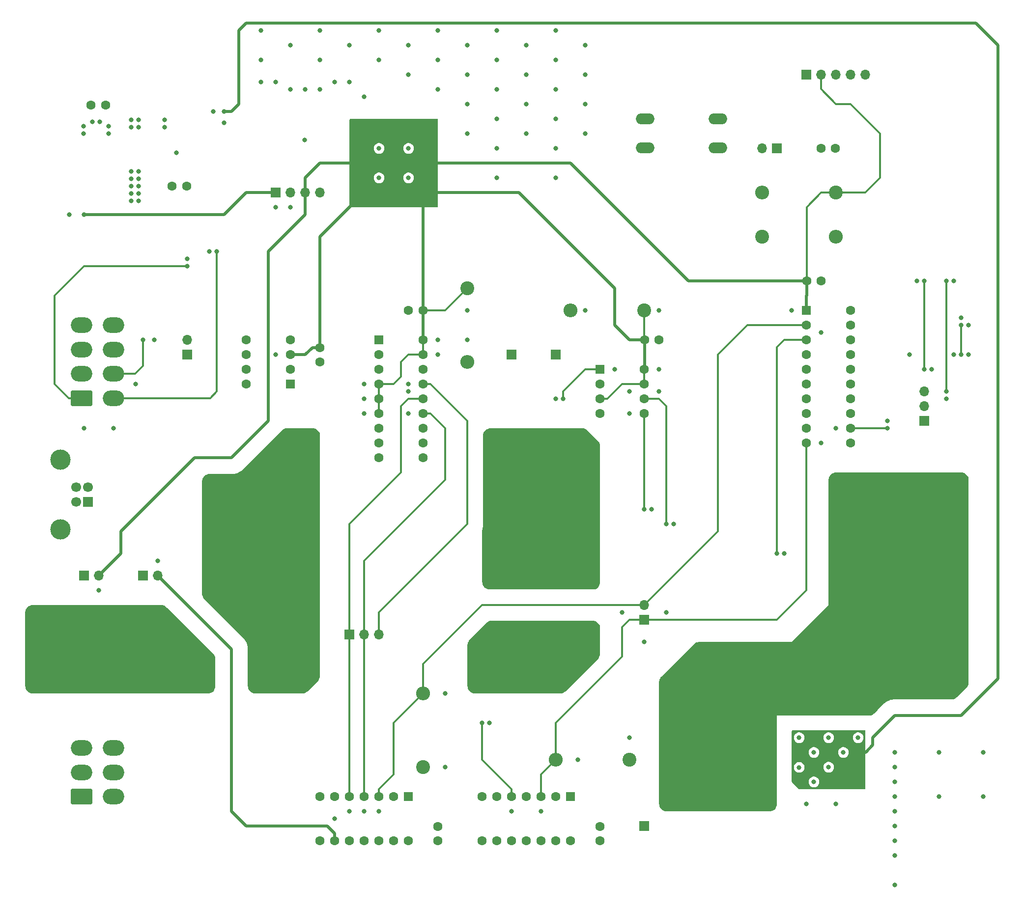
<source format=gbr>
%TF.GenerationSoftware,KiCad,Pcbnew,9.0.0*%
%TF.CreationDate,2025-09-27T10:55:46-04:00*%
%TF.ProjectId,can_gauge_interface,63616e5f-6761-4756-9765-5f696e746572,0.1*%
%TF.SameCoordinates,Original*%
%TF.FileFunction,Copper,L4,Bot*%
%TF.FilePolarity,Positive*%
%FSLAX46Y46*%
G04 Gerber Fmt 4.6, Leading zero omitted, Abs format (unit mm)*
G04 Created by KiCad (PCBNEW 9.0.0) date 2025-09-27 10:55:46*
%MOMM*%
%LPD*%
G01*
G04 APERTURE LIST*
G04 Aperture macros list*
%AMRoundRect*
0 Rectangle with rounded corners*
0 $1 Rounding radius*
0 $2 $3 $4 $5 $6 $7 $8 $9 X,Y pos of 4 corners*
0 Add a 4 corners polygon primitive as box body*
4,1,4,$2,$3,$4,$5,$6,$7,$8,$9,$2,$3,0*
0 Add four circle primitives for the rounded corners*
1,1,$1+$1,$2,$3*
1,1,$1+$1,$4,$5*
1,1,$1+$1,$6,$7*
1,1,$1+$1,$8,$9*
0 Add four rect primitives between the rounded corners*
20,1,$1+$1,$2,$3,$4,$5,0*
20,1,$1+$1,$4,$5,$6,$7,0*
20,1,$1+$1,$6,$7,$8,$9,0*
20,1,$1+$1,$8,$9,$2,$3,0*%
G04 Aperture macros list end*
%TA.AperFunction,ComponentPad*%
%ADD10R,1.700000X1.700000*%
%TD*%
%TA.AperFunction,ComponentPad*%
%ADD11O,1.700000X1.700000*%
%TD*%
%TA.AperFunction,ComponentPad*%
%ADD12RoundRect,0.250000X-0.550000X0.550000X-0.550000X-0.550000X0.550000X-0.550000X0.550000X0.550000X0*%
%TD*%
%TA.AperFunction,ComponentPad*%
%ADD13C,1.600000*%
%TD*%
%TA.AperFunction,ComponentPad*%
%ADD14RoundRect,0.250000X-0.550000X-0.550000X0.550000X-0.550000X0.550000X0.550000X-0.550000X0.550000X0*%
%TD*%
%TA.AperFunction,ComponentPad*%
%ADD15C,2.400000*%
%TD*%
%TA.AperFunction,ComponentPad*%
%ADD16O,2.400000X2.400000*%
%TD*%
%TA.AperFunction,ComponentPad*%
%ADD17O,3.200000X1.900000*%
%TD*%
%TA.AperFunction,ComponentPad*%
%ADD18RoundRect,0.250001X1.599999X-1.099999X1.599999X1.099999X-1.599999X1.099999X-1.599999X-1.099999X0*%
%TD*%
%TA.AperFunction,ComponentPad*%
%ADD19O,3.700000X2.700000*%
%TD*%
%TA.AperFunction,ComponentPad*%
%ADD20C,1.700000*%
%TD*%
%TA.AperFunction,ComponentPad*%
%ADD21C,3.500000*%
%TD*%
%TA.AperFunction,ComponentPad*%
%ADD22RoundRect,0.250000X0.550000X0.550000X-0.550000X0.550000X-0.550000X-0.550000X0.550000X-0.550000X0*%
%TD*%
%TA.AperFunction,ViaPad*%
%ADD23C,0.812800*%
%TD*%
%TA.AperFunction,Conductor*%
%ADD24C,0.508000*%
%TD*%
%TA.AperFunction,Conductor*%
%ADD25C,0.304800*%
%TD*%
G04 APERTURE END LIST*
D10*
%TO.P,JP5,1,A*%
%TO.N,/CAN_L*%
X55880000Y-134620000D03*
D11*
%TO.P,JP5,2,B*%
%TO.N,Net-(JP5-B)*%
X55880000Y-132080000D03*
%TD*%
D12*
%TO.P,U8,1,Vdd*%
%TO.N,+5VA*%
X121920000Y-210820000D03*
D13*
%TO.P,U8,2,NC*%
%TO.N,unconnected-(U8-NC-Pad2)*%
X119380000Y-210820000D03*
%TO.P,U8,3,~{CS}*%
%TO.N,/DAC1_~{CS}*%
X116840000Y-210820000D03*
%TO.P,U8,4,SCK*%
%TO.N,/SCK*%
X114300000Y-210820000D03*
%TO.P,U8,5,SDI*%
%TO.N,/MOSI*%
X111760000Y-210820000D03*
%TO.P,U8,6,NC*%
%TO.N,unconnected-(U8-NC-Pad6)*%
X109220000Y-210820000D03*
%TO.P,U8,7,NC*%
%TO.N,unconnected-(U8-NC-Pad7)*%
X106680000Y-210820000D03*
%TO.P,U8,8,~{LDAC}*%
%TO.N,GND*%
X106680000Y-218440000D03*
%TO.P,U8,9,~{SHDN}*%
%TO.N,+5VA*%
X109220000Y-218440000D03*
%TO.P,U8,10,VB*%
%TO.N,/AN2*%
X111760000Y-218440000D03*
%TO.P,U8,11,VrefB*%
%TO.N,+5VA*%
X114300000Y-218440000D03*
%TO.P,U8,12,Vss*%
%TO.N,GND*%
X116840000Y-218440000D03*
%TO.P,U8,13,VrefA*%
%TO.N,+5VA*%
X119380000Y-218440000D03*
%TO.P,U8,14,VA*%
%TO.N,/AN1*%
X121920000Y-218440000D03*
%TD*%
%TO.P,C15,1*%
%TO.N,GND*%
X137160000Y-132080000D03*
%TO.P,C15,2*%
%TO.N,+5V*%
X134660000Y-132080000D03*
%TD*%
D10*
%TO.P,J6,1,Pin_1*%
%TO.N,/CAN_~{CS}*%
X111760000Y-134620000D03*
%TD*%
%TO.P,JP3,1,A*%
%TO.N,VBUS*%
X38100000Y-172720000D03*
D11*
%TO.P,JP3,2,B*%
%TO.N,+5V*%
X40640000Y-172720000D03*
%TD*%
D13*
%TO.P,C13,1*%
%TO.N,GND*%
X93980000Y-127000000D03*
%TO.P,C13,2*%
%TO.N,+5V*%
X96480000Y-127000000D03*
%TD*%
D10*
%TO.P,J4,1,Pin_1*%
%TO.N,/ICSP_~{MCLR}*%
X162500000Y-86360000D03*
D11*
%TO.P,J4,2,Pin_2*%
%TO.N,+5V*%
X165040000Y-86360000D03*
%TO.P,J4,3,Pin_3*%
%TO.N,GND*%
X167580000Y-86360000D03*
%TO.P,J4,4,Pin_4*%
%TO.N,/ICSP_DAT*%
X170120000Y-86360000D03*
%TO.P,J4,5,Pin_5*%
%TO.N,/ICSP_CLK*%
X172660000Y-86360000D03*
%TD*%
D13*
%TO.P,C16,1*%
%TO.N,+5VA*%
X99060000Y-215940000D03*
%TO.P,C16,2*%
%TO.N,GND*%
X99060000Y-218440000D03*
%TD*%
D10*
%TO.P,JP2,1,A*%
%TO.N,/INT*%
X182880000Y-146035000D03*
D11*
%TO.P,JP2,2,C*%
%TO.N,/INT{slash}ICSP_CLK*%
X182880000Y-143495000D03*
%TO.P,JP2,3,B*%
%TO.N,/ICSP_CLK*%
X182880000Y-140955000D03*
%TD*%
D10*
%TO.P,JP1,1,A*%
%TO.N,Net-(JP1-A)*%
X157420000Y-99060000D03*
D11*
%TO.P,JP1,2,B*%
%TO.N,/ICSP_~{MCLR}*%
X154880000Y-99060000D03*
%TD*%
D13*
%TO.P,C4,1*%
%TO.N,Net-(U5-SW)*%
X39255000Y-91585000D03*
%TO.P,C4,2*%
%TO.N,Net-(U5-BST)*%
X41755000Y-91585000D03*
%TD*%
%TO.P,C12,1*%
%TO.N,Net-(JP1-A)*%
X165040000Y-99060000D03*
%TO.P,C12,2*%
%TO.N,GND*%
X167540000Y-99060000D03*
%TD*%
D14*
%TO.P,U4,1,~{CS}*%
%TO.N,/ROM_~{CS}*%
X127000000Y-137160000D03*
D13*
%TO.P,U4,2,MISO*%
%TO.N,/MISO*%
X127000000Y-139700000D03*
%TO.P,U4,3,~{WP}*%
%TO.N,+5V*%
X127000000Y-142240000D03*
%TO.P,U4,4,GND*%
%TO.N,GND*%
X127000000Y-144780000D03*
%TO.P,U4,5,MOSI*%
%TO.N,/MOSI*%
X134620000Y-144780000D03*
%TO.P,U4,6,SCK*%
%TO.N,/SCK*%
X134620000Y-142240000D03*
%TO.P,U4,7,~{HOLD}*%
%TO.N,+5V*%
X134620000Y-139700000D03*
%TO.P,U4,8,VCC*%
X134620000Y-137160000D03*
%TD*%
D15*
%TO.P,R10,1*%
%TO.N,+5VA*%
X132080000Y-204470000D03*
D16*
%TO.P,R10,2*%
%TO.N,/DAC1_~{CS}*%
X119380000Y-204470000D03*
%TD*%
D10*
%TO.P,J8,1,Pin_1*%
%TO.N,/DAC1_~{CS}*%
X134620000Y-180340000D03*
D11*
%TO.P,J8,2,Pin_2*%
%TO.N,/DAC2_~{CS}*%
X134620000Y-177800000D03*
%TD*%
D13*
%TO.P,C5,1*%
%TO.N,GND*%
X53245000Y-105555000D03*
%TO.P,C5,2*%
%TO.N,Net-(C5-Pad2)*%
X55745000Y-105555000D03*
%TD*%
D17*
%TO.P,SW1,1,1*%
%TO.N,GND*%
X134760000Y-93980000D03*
X147260000Y-93980000D03*
%TO.P,SW1,2,2*%
%TO.N,/ICSP_~{MCLR}*%
X134760000Y-98980000D03*
X147260000Y-98980000D03*
%TD*%
D18*
%TO.P,J3,1,Pin_1*%
%TO.N,/AN1*%
X37680000Y-210820000D03*
D19*
%TO.P,J3,2,Pin_2*%
%TO.N,GND*%
X37680000Y-206620000D03*
%TO.P,J3,3,Pin_3*%
%TO.N,/AN4*%
X37680000Y-202420000D03*
%TO.P,J3,4,Pin_4*%
%TO.N,/AN2*%
X43180000Y-210820000D03*
%TO.P,J3,5,Pin_5*%
%TO.N,GND*%
X43180000Y-206620000D03*
%TO.P,J3,6,Pin_6*%
%TO.N,/AN3*%
X43180000Y-202420000D03*
%TD*%
D15*
%TO.P,R11,1*%
%TO.N,+5VA*%
X96520000Y-205740000D03*
D16*
%TO.P,R11,2*%
%TO.N,/DAC2_~{CS}*%
X96520000Y-193040000D03*
%TD*%
D18*
%TO.P,J2,1,Pin_1*%
%TO.N,/Tach*%
X37680000Y-142140000D03*
D19*
%TO.P,J2,2,Pin_2*%
%TO.N,GND*%
X37680000Y-137940000D03*
%TO.P,J2,3,Pin_3*%
X37680000Y-133740000D03*
%TO.P,J2,4,Pin_4*%
%TO.N,+12V*%
X37680000Y-129540000D03*
%TO.P,J2,5,Pin_5*%
%TO.N,/Speed*%
X43180000Y-142140000D03*
%TO.P,J2,6,Pin_6*%
%TO.N,/CAN_H*%
X43180000Y-137940000D03*
%TO.P,J2,7,Pin_7*%
%TO.N,/CAN_L*%
X43180000Y-133740000D03*
%TO.P,J2,8,Pin_8*%
%TO.N,GND*%
X43180000Y-129540000D03*
%TD*%
D13*
%TO.P,C14,1*%
%TO.N,GND*%
X78740000Y-135890000D03*
%TO.P,C14,2*%
%TO.N,+5V*%
X78740000Y-133390000D03*
%TD*%
D12*
%TO.P,U9,1,Vdd*%
%TO.N,+5VA*%
X93980000Y-210820000D03*
D13*
%TO.P,U9,2,NC*%
%TO.N,unconnected-(U9-NC-Pad2)*%
X91440000Y-210820000D03*
%TO.P,U9,3,~{CS}*%
%TO.N,/DAC2_~{CS}*%
X88900000Y-210820000D03*
%TO.P,U9,4,SCK*%
%TO.N,/SCK*%
X86360000Y-210820000D03*
%TO.P,U9,5,SDI*%
%TO.N,/MOSI*%
X83820000Y-210820000D03*
%TO.P,U9,6,NC*%
%TO.N,unconnected-(U9-NC-Pad6)*%
X81280000Y-210820000D03*
%TO.P,U9,7,NC*%
%TO.N,unconnected-(U9-NC-Pad7)*%
X78740000Y-210820000D03*
%TO.P,U9,8,~{LDAC}*%
%TO.N,GND*%
X78740000Y-218440000D03*
%TO.P,U9,9,~{SHDN}*%
%TO.N,+5VA*%
X81280000Y-218440000D03*
%TO.P,U9,10,VB*%
%TO.N,/AN4*%
X83820000Y-218440000D03*
%TO.P,U9,11,VrefB*%
%TO.N,+5VA*%
X86360000Y-218440000D03*
%TO.P,U9,12,Vss*%
%TO.N,GND*%
X88900000Y-218440000D03*
%TO.P,U9,13,VrefA*%
%TO.N,+5VA*%
X91440000Y-218440000D03*
%TO.P,U9,14,VA*%
%TO.N,/AN3*%
X93980000Y-218440000D03*
%TD*%
D10*
%TO.P,J1,1,VBUS*%
%TO.N,VBUS*%
X38735000Y-159980000D03*
D20*
%TO.P,J1,2,D-*%
%TO.N,/USB_D-*%
X38735000Y-157480000D03*
%TO.P,J1,3,D+*%
%TO.N,/USB_D+*%
X36735000Y-157480000D03*
%TO.P,J1,4,GND*%
%TO.N,GND*%
X36735000Y-159980000D03*
D21*
%TO.P,J1,5,Shield*%
%TO.N,unconnected-(J1-Shield-Pad5)*%
X34025000Y-164750000D03*
%TO.N,unconnected-(J1-Shield-Pad5)_1*%
X34025000Y-152710000D03*
%TD*%
D10*
%TO.P,J9,1,Pin_1*%
%TO.N,+12V*%
X71120000Y-106680000D03*
D11*
%TO.P,J9,2,Pin_2*%
%TO.N,+6.5V*%
X73660000Y-106680000D03*
%TO.P,J9,3,Pin_3*%
%TO.N,+5V*%
X76200000Y-106680000D03*
%TO.P,J9,4,Pin_4*%
%TO.N,GND*%
X78740000Y-106680000D03*
%TD*%
D10*
%TO.P,JP4,1,A*%
%TO.N,VBUS*%
X48260000Y-172720000D03*
D11*
%TO.P,JP4,2,B*%
%TO.N,+5VA*%
X50800000Y-172720000D03*
%TD*%
D14*
%TO.P,U1,1,VDD*%
%TO.N,+5V*%
X162560000Y-127000000D03*
D13*
%TO.P,U1,2,RA5/SOSCI/T1CKI/OSC1/CLKIN*%
%TO.N,/DAC2_~{CS}*%
X162560000Y-129540000D03*
%TO.P,U1,3,RA4/AN3/SOSCO/T1G/OSC2/CLKOUT/CLKR*%
%TO.N,/CLK*%
X162560000Y-132080000D03*
%TO.P,U1,4,RA3/T1G/~{SS}/~{MCLR}/Vpp*%
%TO.N,/~{MCLR}*%
X162560000Y-134620000D03*
%TO.P,U1,5,PWM1/CWG1A/T0CKI/RC5*%
%TO.N,unconnected-(U1-PWM1{slash}CWG1A{slash}T0CKI{slash}RC5-Pad5)*%
X162560000Y-137160000D03*
%TO.P,U1,6,CWG1B/C1OUT/C2OUT/RC4*%
%TO.N,/Speed*%
X162560000Y-139700000D03*
%TO.P,U1,7,CLKR/C1IN3-/C2IN3-/DACOUT2/AN7/RC3*%
%TO.N,/Tach*%
X162560000Y-142240000D03*
%TO.P,U1,8,~{SS}/PWM2/AN8/RC6*%
%TO.N,/CAN_~{CS}*%
X162560000Y-144780000D03*
%TO.P,U1,9,SDO/AN9/RC7*%
%TO.N,/MOSI*%
X162560000Y-147320000D03*
%TO.P,U1,10,RB7/TX/CK*%
%TO.N,/DAC1_~{CS}*%
X162560000Y-149860000D03*
%TO.P,U1,11,RB6/SCL/SCK*%
%TO.N,/SCK*%
X170180000Y-149860000D03*
%TO.P,U1,12,RB5/AN11/RX/DX*%
%TO.N,/ROM_~{CS}*%
X170180000Y-147320000D03*
%TO.P,U1,13,RB4/AN10/SDA/SDI*%
%TO.N,/MISO*%
X170180000Y-144780000D03*
%TO.P,U1,14,C2IN2-/C1IN2-/DACOUT1/AN6/RC2*%
%TO.N,unconnected-(U1-C2IN2-{slash}C1IN2-{slash}DACOUT1{slash}AN6{slash}RC2-Pad14)*%
X170180000Y-142240000D03*
%TO.P,U1,15,ICSPCLK/~{CWGFLT}/C2IN-/C1IN-/AN5/RC1*%
%TO.N,/INT{slash}ICSP_CLK*%
X170180000Y-139700000D03*
%TO.P,U1,16,ICSPDAT/C2IN+/C1IN+/Vref+/AN4/RC0*%
%TO.N,/ICSP_DAT*%
X170180000Y-137160000D03*
%TO.P,U1,17,Vusb3v3*%
%TO.N,Net-(U1-Vusb3v3)*%
X170180000Y-134620000D03*
%TO.P,U1,18,RA1/D-/ICSPCLK*%
%TO.N,/USB_D-*%
X170180000Y-132080000D03*
%TO.P,U1,19,RA0/D+/ICSPDAT*%
%TO.N,/USB_D+*%
X170180000Y-129540000D03*
%TO.P,U1,20,VSS*%
%TO.N,GND*%
X170180000Y-127000000D03*
%TD*%
D15*
%TO.P,R9,1*%
%TO.N,+5V*%
X134620000Y-127000000D03*
D16*
%TO.P,R9,2*%
%TO.N,/ROM_~{CS}*%
X121920000Y-127000000D03*
%TD*%
D14*
%TO.P,U2,1,TXCAN*%
%TO.N,/CAN_TX*%
X88900000Y-132080000D03*
D13*
%TO.P,U2,2,RXCAN*%
%TO.N,/CAN_RX*%
X88900000Y-134620000D03*
%TO.P,U2,3,CLKOUT/SOF*%
%TO.N,unconnected-(U2-CLKOUT{slash}SOF-Pad3)*%
X88900000Y-137160000D03*
%TO.P,U2,4,~{TX0RTS}*%
%TO.N,+5V*%
X88900000Y-139700000D03*
%TO.P,U2,5,~{TX1RTS}*%
X88900000Y-142240000D03*
%TO.P,U2,6,~{TX2RTS}*%
X88900000Y-144780000D03*
%TO.P,U2,7,OSC2*%
%TO.N,unconnected-(U2-OSC2-Pad7)*%
X88900000Y-147320000D03*
%TO.P,U2,8,OSC1*%
%TO.N,/CLK*%
X88900000Y-149860000D03*
%TO.P,U2,9,VSS*%
%TO.N,GND*%
X88900000Y-152400000D03*
%TO.P,U2,10,~{RX1BF}*%
%TO.N,unconnected-(U2-~{RX1BF}-Pad10)*%
X96520000Y-152400000D03*
%TO.P,U2,11,~{RX0BF}*%
%TO.N,unconnected-(U2-~{RX0BF}-Pad11)*%
X96520000Y-149860000D03*
%TO.P,U2,12,~{INT}*%
%TO.N,/INT*%
X96520000Y-147320000D03*
%TO.P,U2,13,SCK*%
%TO.N,/SCK*%
X96520000Y-144780000D03*
%TO.P,U2,14,SI*%
%TO.N,/MOSI*%
X96520000Y-142240000D03*
%TO.P,U2,15,SO*%
%TO.N,/MISO*%
X96520000Y-139700000D03*
%TO.P,U2,16,~{CS}*%
%TO.N,/CAN_~{CS}*%
X96520000Y-137160000D03*
%TO.P,U2,17,~{RESET}*%
%TO.N,+5V*%
X96520000Y-134620000D03*
%TO.P,U2,18,VDD*%
X96520000Y-132080000D03*
%TD*%
D15*
%TO.P,R7,1*%
%TO.N,+5V*%
X104140000Y-123190000D03*
D16*
%TO.P,R7,2*%
%TO.N,/CAN_~{CS}*%
X104140000Y-135890000D03*
%TD*%
D13*
%TO.P,C10,1*%
%TO.N,+5V*%
X162600000Y-121920000D03*
%TO.P,C10,2*%
%TO.N,GND*%
X165100000Y-121920000D03*
%TD*%
D10*
%TO.P,J7,1,Pin_1*%
%TO.N,/ROM_~{CS}*%
X119380000Y-134620000D03*
%TD*%
D15*
%TO.P,R6,1*%
%TO.N,+5V*%
X167640000Y-106680000D03*
D16*
%TO.P,R6,2*%
%TO.N,/ICSP_~{MCLR}*%
X154940000Y-106680000D03*
%TD*%
D10*
%TO.P,J10,1,Pin_1*%
%TO.N,+5VA*%
X134620000Y-215900000D03*
%TD*%
D22*
%TO.P,U3,1,TXD*%
%TO.N,/CAN_TX*%
X73660000Y-139700000D03*
D13*
%TO.P,U3,2,VSS*%
%TO.N,GND*%
X73660000Y-137160000D03*
%TO.P,U3,3,VDD*%
%TO.N,+5V*%
X73660000Y-134620000D03*
%TO.P,U3,4,RXD*%
%TO.N,/CAN_RX*%
X73660000Y-132080000D03*
%TO.P,U3,5,SPLIT*%
%TO.N,unconnected-(U3-SPLIT-Pad5)*%
X66040000Y-132080000D03*
%TO.P,U3,6,CANL*%
%TO.N,/CAN_L*%
X66040000Y-134620000D03*
%TO.P,U3,7,CANH*%
%TO.N,/CAN_H*%
X66040000Y-137160000D03*
%TO.P,U3,8,STBY*%
%TO.N,GND*%
X66040000Y-139700000D03*
%TD*%
%TO.P,C17,1*%
%TO.N,+5VA*%
X127000000Y-215940000D03*
%TO.P,C17,2*%
%TO.N,GND*%
X127000000Y-218440000D03*
%TD*%
D10*
%TO.P,J5,1,Pin_1*%
%TO.N,/MOSI*%
X83820000Y-182880000D03*
D11*
%TO.P,J5,2,Pin_2*%
%TO.N,/SCK*%
X86360000Y-182880000D03*
%TO.P,J5,3,Pin_3*%
%TO.N,/MISO*%
X88900000Y-182880000D03*
%TD*%
D15*
%TO.P,R4,1*%
%TO.N,/ICSP_~{MCLR}*%
X154940000Y-114300000D03*
D16*
%TO.P,R4,2*%
%TO.N,/~{MCLR}*%
X167640000Y-114300000D03*
%TD*%
D23*
%TO.N,+12V*%
X38100000Y-110490000D03*
%TO.N,GND*%
X104140000Y-81280000D03*
X185420000Y-157480000D03*
X165100000Y-149860000D03*
X170180000Y-157480000D03*
X139700000Y-203200000D03*
X99060000Y-83820000D03*
X190500000Y-129540000D03*
X167640000Y-147320000D03*
X119380000Y-142240000D03*
X132080000Y-200660000D03*
X177800000Y-180340000D03*
X177800000Y-215900000D03*
X137160000Y-137160000D03*
X124460000Y-81280000D03*
X139700000Y-195580000D03*
X177800000Y-226060000D03*
X180340000Y-134620000D03*
X177800000Y-220980000D03*
X39489000Y-94506000D03*
X88900000Y-99060000D03*
X124460000Y-91440000D03*
X47490000Y-108095000D03*
X35560000Y-187960000D03*
X93980000Y-104140000D03*
X46220000Y-108095000D03*
X76200000Y-182880000D03*
X59690000Y-116840000D03*
X114300000Y-91440000D03*
X109220000Y-78740000D03*
X86360000Y-142240000D03*
X46220000Y-95395000D03*
X114300000Y-81280000D03*
X137160000Y-127000000D03*
X38100000Y-147320000D03*
X71120000Y-180340000D03*
X55880000Y-182880000D03*
X50800000Y-190500000D03*
X93980000Y-86360000D03*
X177800000Y-165100000D03*
X46220000Y-104285000D03*
X93980000Y-140970000D03*
X137160000Y-140970000D03*
X165100000Y-130810000D03*
X51935000Y-94125000D03*
X186690000Y-142240000D03*
X100330000Y-193040000D03*
X71120000Y-134620000D03*
X47490000Y-95395000D03*
X162560000Y-187960000D03*
X71120000Y-185420000D03*
X130810000Y-179070000D03*
X30480000Y-185420000D03*
X86360000Y-213360000D03*
X185420000Y-210820000D03*
X47490000Y-106825000D03*
X76200000Y-187960000D03*
X177800000Y-210820000D03*
X66040000Y-182880000D03*
X134620000Y-184150000D03*
X129540000Y-137160000D03*
X161290000Y-205776875D03*
X193040000Y-210820000D03*
X37965000Y-96538000D03*
X55880000Y-118110000D03*
X166370000Y-200660000D03*
X30480000Y-190500000D03*
X185420000Y-177800000D03*
X109220000Y-104140000D03*
X100330000Y-205740000D03*
X71120000Y-165100000D03*
X181610000Y-121920000D03*
X177800000Y-218440000D03*
X170180000Y-180340000D03*
X35560000Y-110490000D03*
X111760000Y-213360000D03*
X138430000Y-179070000D03*
X76200000Y-157480000D03*
X47490000Y-105555000D03*
X177800000Y-203200000D03*
X71120000Y-190500000D03*
X86360000Y-144780000D03*
X40640000Y-180340000D03*
X93980000Y-99060000D03*
X189230000Y-128270000D03*
X109220000Y-88900000D03*
X177800000Y-187960000D03*
X107950000Y-198120000D03*
X76200000Y-88900000D03*
X50165000Y-132080000D03*
X158750000Y-168910000D03*
X154940000Y-187960000D03*
X187960000Y-121920000D03*
X163830000Y-208280000D03*
X53967000Y-99840000D03*
X81280000Y-87630000D03*
X78740000Y-83820000D03*
X43180000Y-147320000D03*
X37965000Y-95268000D03*
X119380000Y-88900000D03*
X132080000Y-140970000D03*
X78740000Y-88900000D03*
X60960000Y-165100000D03*
X168910000Y-203200000D03*
X50800000Y-185420000D03*
X60960000Y-160020000D03*
X104140000Y-91440000D03*
X78740000Y-78740000D03*
X163830000Y-203200000D03*
X88900000Y-104140000D03*
X93980000Y-81280000D03*
X88900000Y-83820000D03*
X124460000Y-96520000D03*
X109220000Y-93980000D03*
X160020000Y-127000000D03*
X47490000Y-104285000D03*
X66040000Y-162560000D03*
X184150000Y-137160000D03*
X62230000Y-94615000D03*
X40640000Y-175260000D03*
X114300000Y-96520000D03*
X99060000Y-134620000D03*
X162560000Y-212090000D03*
X170180000Y-172720000D03*
X93980000Y-139700000D03*
X68580000Y-83820000D03*
X83820000Y-213360000D03*
X123190000Y-204470000D03*
X170180000Y-187960000D03*
X171450000Y-200660000D03*
X51935000Y-95395000D03*
X71120000Y-87630000D03*
X42283000Y-95268000D03*
X104140000Y-86360000D03*
X40640000Y-190500000D03*
X30480000Y-180340000D03*
X177800000Y-172720000D03*
X109220000Y-99060000D03*
X86360000Y-90170000D03*
X46220000Y-106825000D03*
X124460000Y-127000000D03*
X170180000Y-195580000D03*
X60325000Y-92710000D03*
X42283000Y-96538000D03*
X73660000Y-88900000D03*
X147320000Y-203200000D03*
X71120000Y-109220000D03*
X135890000Y-161290000D03*
X40640000Y-185420000D03*
X109220000Y-83820000D03*
X139700000Y-210820000D03*
X81280000Y-214630000D03*
X154940000Y-210820000D03*
X114300000Y-86360000D03*
X45720000Y-182880000D03*
X50800000Y-180340000D03*
X71120000Y-170180000D03*
X88900000Y-213360000D03*
X124460000Y-86360000D03*
X46220000Y-105555000D03*
X104140000Y-96520000D03*
X99060000Y-132080000D03*
X154940000Y-195580000D03*
X147320000Y-210820000D03*
X88900000Y-78740000D03*
X193040000Y-203200000D03*
X73660000Y-109220000D03*
X119380000Y-83820000D03*
X139700000Y-163830000D03*
X162560000Y-195580000D03*
X55880000Y-187960000D03*
X161290000Y-200660000D03*
X132080000Y-144780000D03*
X177800000Y-208280000D03*
X119380000Y-99060000D03*
X119380000Y-93980000D03*
X147320000Y-187960000D03*
X68580000Y-87630000D03*
X99060000Y-78740000D03*
X40759000Y-94506000D03*
X185420000Y-203200000D03*
X166370000Y-205740000D03*
X119380000Y-104140000D03*
X76065000Y-97642500D03*
X119380000Y-78740000D03*
X187960000Y-134620000D03*
X46990000Y-139700000D03*
X35560000Y-182880000D03*
X83820000Y-81280000D03*
X177800000Y-205740000D03*
X93980000Y-144780000D03*
X177800000Y-213360000D03*
X46220000Y-103015000D03*
X116840000Y-213360000D03*
X66040000Y-167640000D03*
X46220000Y-94125000D03*
X104140000Y-132080000D03*
X73660000Y-81280000D03*
X83820000Y-87630000D03*
X99060000Y-88900000D03*
X190500000Y-134620000D03*
X104140000Y-127000000D03*
X185420000Y-187960000D03*
X76200000Y-152400000D03*
X47490000Y-103015000D03*
X50800000Y-170180000D03*
X147320000Y-195580000D03*
X176530000Y-146050000D03*
X154940000Y-203200000D03*
X86360000Y-139700000D03*
X167640000Y-212090000D03*
X68580000Y-78740000D03*
X47490000Y-94125000D03*
X45720000Y-187960000D03*
%TO.N,+6.5V*%
X161290000Y-208280000D03*
X163830000Y-205740000D03*
X163830000Y-200660000D03*
X166370000Y-208280000D03*
X168910000Y-200660000D03*
X171450000Y-203200000D03*
X168910000Y-205740000D03*
X161290000Y-203200000D03*
X166370000Y-203200000D03*
X62230000Y-92710000D03*
%TO.N,+5V*%
X96520000Y-106680000D03*
X96520000Y-101600000D03*
X91440000Y-106680000D03*
X91440000Y-96520000D03*
X91440000Y-101600000D03*
X86360000Y-106680000D03*
X86360000Y-96520000D03*
X96520000Y-96520000D03*
X86360000Y-101600000D03*
%TO.N,/USB_D+*%
X189230000Y-129540000D03*
X189230000Y-134620000D03*
%TO.N,/Tach*%
X55880000Y-119380000D03*
%TO.N,/Speed*%
X60960000Y-116840000D03*
%TO.N,/CAN_H*%
X48260000Y-132080000D03*
%TO.N,/ICSP_CLK*%
X186690000Y-121920000D03*
X186690000Y-140970000D03*
%TO.N,/ICSP_DAT*%
X182880000Y-137160000D03*
X182880000Y-121920000D03*
%TO.N,/ROM_~{CS}*%
X120650000Y-142240000D03*
X176530000Y-147320000D03*
%TO.N,/SCK*%
X138430000Y-163830000D03*
%TO.N,/MOSI*%
X106680000Y-198120000D03*
X134620000Y-161290000D03*
%TO.N,/CLK*%
X157480000Y-168910000D03*
%TD*%
D24*
%TO.N,+12V*%
X38100000Y-110490000D02*
X62230000Y-110490000D01*
X62230000Y-110490000D02*
X66040000Y-106680000D01*
X66040000Y-106680000D02*
X71120000Y-106680000D01*
%TO.N,+6.5V*%
X177800000Y-196850000D02*
X173990000Y-200660000D01*
X173990000Y-201930000D02*
X172756875Y-203163125D01*
X191770000Y-77470000D02*
X195580000Y-81280000D01*
X64770000Y-78740000D02*
X66040000Y-77470000D01*
X195580000Y-190500000D02*
X189230000Y-196850000D01*
X195580000Y-81280000D02*
X195580000Y-190500000D01*
X64770000Y-91440000D02*
X64770000Y-78740000D01*
X66040000Y-77470000D02*
X191770000Y-77470000D01*
X172756875Y-203163125D02*
X171450000Y-203163125D01*
X62230000Y-92710000D02*
X63500000Y-92710000D01*
X173990000Y-200660000D02*
X173990000Y-201930000D01*
X63500000Y-92710000D02*
X64770000Y-91440000D01*
X189230000Y-196850000D02*
X177800000Y-196850000D01*
D25*
%TO.N,+5V*%
X92710000Y-135890000D02*
X93980000Y-134620000D01*
D24*
X78740000Y-133390000D02*
X78740000Y-114300000D01*
X113030000Y-106680000D02*
X129540000Y-123190000D01*
D25*
X130810000Y-139700000D02*
X128270000Y-142240000D01*
X170180000Y-91440000D02*
X167640000Y-91440000D01*
D24*
X162600000Y-121920000D02*
X142240000Y-121920000D01*
D25*
X88900000Y-139700000D02*
X91440000Y-139700000D01*
D24*
X162600000Y-124420000D02*
X162600000Y-121920000D01*
D25*
X92710000Y-138430000D02*
X92710000Y-135890000D01*
X162600000Y-109180000D02*
X165100000Y-106680000D01*
X96520000Y-134620000D02*
X96520000Y-132080000D01*
X167640000Y-106680000D02*
X172720000Y-106680000D01*
D24*
X96480000Y-106720000D02*
X96520000Y-106680000D01*
D25*
X93980000Y-134620000D02*
X96520000Y-134620000D01*
X172720000Y-106680000D02*
X175260000Y-104140000D01*
D24*
X129540000Y-123190000D02*
X129540000Y-129540000D01*
D25*
X167640000Y-91440000D02*
X165040000Y-88840000D01*
D24*
X76200000Y-106680000D02*
X76200000Y-104140000D01*
D25*
X134620000Y-132040000D02*
X134660000Y-132080000D01*
X104140000Y-123190000D02*
X100330000Y-127000000D01*
X175260000Y-96520000D02*
X170180000Y-91440000D01*
D24*
X134660000Y-137120000D02*
X134620000Y-137160000D01*
X134660000Y-132080000D02*
X134660000Y-137120000D01*
D25*
X165040000Y-88840000D02*
X165040000Y-86360000D01*
D24*
X129540000Y-129540000D02*
X132080000Y-132080000D01*
X96480000Y-132040000D02*
X96520000Y-132080000D01*
X40640000Y-172720000D02*
X44450000Y-168910000D01*
D25*
X134620000Y-139700000D02*
X134620000Y-137160000D01*
D24*
X132080000Y-132080000D02*
X134660000Y-132080000D01*
X121920000Y-101600000D02*
X96520000Y-101600000D01*
X76200000Y-104140000D02*
X78740000Y-101600000D01*
X73660000Y-134620000D02*
X76200000Y-134620000D01*
X44450000Y-165100000D02*
X57150000Y-152400000D01*
X96480000Y-127000000D02*
X96480000Y-106720000D01*
X76200000Y-134620000D02*
X77430000Y-133390000D01*
D25*
X100330000Y-127000000D02*
X96480000Y-127000000D01*
D24*
X44450000Y-168910000D02*
X44450000Y-165100000D01*
X78740000Y-114300000D02*
X86360000Y-106680000D01*
D25*
X128270000Y-142240000D02*
X127000000Y-142240000D01*
D24*
X96480000Y-127000000D02*
X96480000Y-132040000D01*
X78740000Y-101600000D02*
X86360000Y-101600000D01*
X63500000Y-152400000D02*
X69850000Y-146050000D01*
X162560000Y-127000000D02*
X162560000Y-124460000D01*
X76200000Y-110490000D02*
X76200000Y-106680000D01*
D25*
X91440000Y-139700000D02*
X92710000Y-138430000D01*
X175260000Y-104140000D02*
X175260000Y-96520000D01*
X88900000Y-144780000D02*
X88900000Y-139700000D01*
D24*
X77430000Y-133390000D02*
X78740000Y-133390000D01*
X69850000Y-146050000D02*
X69850000Y-116840000D01*
D25*
X134620000Y-139700000D02*
X130810000Y-139700000D01*
D24*
X96520000Y-106680000D02*
X113030000Y-106680000D01*
X142240000Y-121920000D02*
X121920000Y-101600000D01*
X69850000Y-116840000D02*
X76200000Y-110490000D01*
X162560000Y-124460000D02*
X162600000Y-124420000D01*
D25*
X165100000Y-106680000D02*
X167640000Y-106680000D01*
X162600000Y-121920000D02*
X162600000Y-109180000D01*
X134620000Y-127000000D02*
X134620000Y-132040000D01*
D24*
X57150000Y-152400000D02*
X63500000Y-152400000D01*
%TO.N,+5VA*%
X50800000Y-172720000D02*
X63500000Y-185420000D01*
X63500000Y-185420000D02*
X63500000Y-213360000D01*
X81280000Y-217170000D02*
X81280000Y-218440000D01*
X66040000Y-215900000D02*
X80010000Y-215900000D01*
X80010000Y-215900000D02*
X81280000Y-217170000D01*
X63500000Y-213360000D02*
X66040000Y-215900000D01*
D25*
%TO.N,/USB_D+*%
X189230000Y-129540000D02*
X189230000Y-134620000D01*
%TO.N,/Tach*%
X55880000Y-119380000D02*
X38100000Y-119380000D01*
X35460000Y-142140000D02*
X37680000Y-142140000D01*
X33020000Y-139700000D02*
X35460000Y-142140000D01*
X33020000Y-124460000D02*
X33020000Y-139700000D01*
X38100000Y-119380000D02*
X33020000Y-124460000D01*
%TO.N,/Speed*%
X60960000Y-140970000D02*
X60960000Y-116840000D01*
X59790000Y-142140000D02*
X60960000Y-140970000D01*
X43180000Y-142140000D02*
X59790000Y-142140000D01*
%TO.N,/CAN_H*%
X48260000Y-132080000D02*
X48260000Y-136525000D01*
X46845000Y-137940000D02*
X43180000Y-137940000D01*
X48260000Y-136525000D02*
X46845000Y-137940000D01*
%TO.N,/ICSP_CLK*%
X186690000Y-140970000D02*
X186690000Y-121920000D01*
%TO.N,/ICSP_DAT*%
X182880000Y-137160000D02*
X182880000Y-121920000D01*
%TO.N,/DAC1_~{CS}*%
X130810000Y-181610000D02*
X132080000Y-180340000D01*
X162560000Y-175260000D02*
X157480000Y-180340000D01*
X132080000Y-180340000D02*
X134620000Y-180340000D01*
X119380000Y-204470000D02*
X116840000Y-207010000D01*
X119380000Y-204470000D02*
X119380000Y-198120000D01*
X162560000Y-149860000D02*
X162560000Y-175260000D01*
X116840000Y-207010000D02*
X116840000Y-210820000D01*
X157480000Y-180340000D02*
X134620000Y-180340000D01*
X119380000Y-198120000D02*
X130810000Y-186690000D01*
X130810000Y-186690000D02*
X130810000Y-181610000D01*
%TO.N,/MISO*%
X97790000Y-139700000D02*
X104140000Y-146050000D01*
X96520000Y-139700000D02*
X97790000Y-139700000D01*
X104140000Y-163830000D02*
X88900000Y-179070000D01*
X104140000Y-146050000D02*
X104140000Y-163830000D01*
X88900000Y-179070000D02*
X88900000Y-182880000D01*
%TO.N,/ROM_~{CS}*%
X170180000Y-147320000D02*
X176530000Y-147320000D01*
X120650000Y-140970000D02*
X124460000Y-137160000D01*
X120650000Y-142240000D02*
X120650000Y-140970000D01*
X124460000Y-137160000D02*
X127000000Y-137160000D01*
%TO.N,/DAC2_~{CS}*%
X91440000Y-207010000D02*
X91440000Y-198120000D01*
X91440000Y-198120000D02*
X96520000Y-193040000D01*
X96520000Y-187960000D02*
X96520000Y-193040000D01*
X152400000Y-129540000D02*
X147320000Y-134620000D01*
X106680000Y-177800000D02*
X96520000Y-187960000D01*
X134620000Y-177800000D02*
X106680000Y-177800000D01*
X88900000Y-209550000D02*
X91440000Y-207010000D01*
X147320000Y-134620000D02*
X147320000Y-165100000D01*
X162560000Y-129540000D02*
X152400000Y-129540000D01*
X88900000Y-210820000D02*
X88900000Y-209550000D01*
X147320000Y-165100000D02*
X134620000Y-177800000D01*
%TO.N,/SCK*%
X100330000Y-156210000D02*
X86360000Y-170180000D01*
X96520000Y-144780000D02*
X97790000Y-144780000D01*
X86360000Y-170180000D02*
X86360000Y-182880000D01*
X100330000Y-147320000D02*
X100330000Y-156210000D01*
X137160000Y-142240000D02*
X138430000Y-143510000D01*
X138430000Y-143510000D02*
X138430000Y-163830000D01*
X86360000Y-182880000D02*
X86360000Y-210820000D01*
X97790000Y-144780000D02*
X100330000Y-147320000D01*
X134620000Y-142240000D02*
X137160000Y-142240000D01*
%TO.N,/MOSI*%
X83820000Y-163830000D02*
X83820000Y-182880000D01*
X134620000Y-161290000D02*
X134620000Y-144780000D01*
X106680000Y-204470000D02*
X106680000Y-198120000D01*
X111760000Y-210820000D02*
X111760000Y-209550000D01*
X96520000Y-142240000D02*
X93980000Y-142240000D01*
X92710000Y-154940000D02*
X83820000Y-163830000D01*
X92710000Y-143510000D02*
X92710000Y-154940000D01*
X83820000Y-182880000D02*
X83820000Y-210820000D01*
X93980000Y-142240000D02*
X92710000Y-143510000D01*
X111760000Y-209550000D02*
X106680000Y-204470000D01*
%TO.N,/CLK*%
X157480000Y-168910000D02*
X157480000Y-133350000D01*
X157480000Y-133350000D02*
X158750000Y-132080000D01*
X158750000Y-132080000D02*
X162560000Y-132080000D01*
%TD*%
%TA.AperFunction,Conductor*%
%TO.N,GND*%
G36*
X51628932Y-177820393D02*
G01*
X51848238Y-177880918D01*
X52053212Y-177979628D01*
X52237267Y-178113352D01*
X52299662Y-178171681D01*
X60333819Y-186205838D01*
X60479621Y-186380481D01*
X60591896Y-186578351D01*
X60667036Y-186793089D01*
X60702626Y-187017793D01*
X60705500Y-187103157D01*
X60705500Y-191771000D01*
X60685107Y-191997589D01*
X60624582Y-192216895D01*
X60525872Y-192421869D01*
X60392148Y-192605924D01*
X60227709Y-192763144D01*
X60037839Y-192888476D01*
X59828643Y-192977891D01*
X59606842Y-193028515D01*
X59436500Y-193040000D01*
X29209000Y-193040000D01*
X28982411Y-193019607D01*
X28763105Y-192959082D01*
X28558131Y-192860372D01*
X28374076Y-192726648D01*
X28216856Y-192562209D01*
X28091524Y-192372339D01*
X28002109Y-192163143D01*
X27951485Y-191941342D01*
X27940000Y-191771000D01*
X27940000Y-179069000D01*
X27960393Y-178842411D01*
X28020918Y-178623105D01*
X28119628Y-178418131D01*
X28253352Y-178234076D01*
X28417791Y-178076856D01*
X28607661Y-177951524D01*
X28816857Y-177862109D01*
X29038658Y-177811485D01*
X29209000Y-177800000D01*
X51402343Y-177800000D01*
X51628932Y-177820393D01*
G37*
%TD.AperFunction*%
%TA.AperFunction,Conductor*%
G36*
X78740000Y-189974362D02*
G01*
X78719607Y-190200951D01*
X78659082Y-190420257D01*
X78560372Y-190625231D01*
X78426648Y-190809286D01*
X78368319Y-190871681D01*
X76571681Y-192668319D01*
X76397038Y-192814121D01*
X76199168Y-192926396D01*
X75984430Y-193001536D01*
X75759726Y-193037126D01*
X75674362Y-193040000D01*
X67563500Y-193040000D01*
X67336911Y-193019607D01*
X67117605Y-192959082D01*
X66912631Y-192860372D01*
X66728576Y-192726648D01*
X66571356Y-192562209D01*
X66446024Y-192372339D01*
X66356609Y-192163143D01*
X66305985Y-191941342D01*
X66294500Y-191771000D01*
X66294500Y-185263068D01*
X66294500Y-185263064D01*
X66259357Y-184951166D01*
X66189514Y-184645164D01*
X66085849Y-184348906D01*
X65949665Y-184066118D01*
X65782676Y-183800355D01*
X65586980Y-183554960D01*
X65586978Y-183554958D01*
X62372021Y-180340000D01*
X78740000Y-180340000D01*
X78740000Y-189974362D01*
G37*
%TD.AperFunction*%
%TD*%
%TA.AperFunction,Conductor*%
%TO.N,GND*%
G36*
X125957589Y-180513293D02*
G01*
X126176895Y-180573818D01*
X126381869Y-180672528D01*
X126565924Y-180806252D01*
X126723144Y-180970691D01*
X126848476Y-181160561D01*
X126937891Y-181369757D01*
X126988515Y-181591558D01*
X127000000Y-181761900D01*
X127000000Y-186166026D01*
X126979607Y-186392615D01*
X126919082Y-186611921D01*
X126820372Y-186816895D01*
X126686648Y-187000950D01*
X126628319Y-187063345D01*
X121023345Y-192668319D01*
X120848702Y-192814121D01*
X120650832Y-192926396D01*
X120436094Y-193001536D01*
X120211390Y-193037126D01*
X120126026Y-193040000D01*
X105409000Y-193040000D01*
X105182411Y-193019607D01*
X104963105Y-192959082D01*
X104758131Y-192860372D01*
X104574076Y-192726648D01*
X104416856Y-192562209D01*
X104291524Y-192372339D01*
X104202109Y-192163143D01*
X104151485Y-191941342D01*
X104140000Y-191771000D01*
X104140000Y-184673974D01*
X104160393Y-184447385D01*
X104220918Y-184228079D01*
X104319628Y-184023105D01*
X104453352Y-183839050D01*
X104511681Y-183776655D01*
X107423755Y-180864581D01*
X107598398Y-180718779D01*
X107796268Y-180606504D01*
X108011006Y-180531364D01*
X108235710Y-180495774D01*
X108321074Y-180492900D01*
X125731000Y-180492900D01*
X125957589Y-180513293D01*
G37*
%TD.AperFunction*%
%TD*%
%TA.AperFunction,Conductor*%
%TO.N,+6.5V*%
G36*
X172663039Y-199409685D02*
G01*
X172708794Y-199462489D01*
X172720000Y-199514000D01*
X172720000Y-209426000D01*
X172700315Y-209493039D01*
X172647511Y-209538794D01*
X172596000Y-209550000D01*
X161341362Y-209550000D01*
X161274323Y-209530315D01*
X161253681Y-209513681D01*
X160056319Y-208316319D01*
X160041615Y-208289391D01*
X160025023Y-208263573D01*
X160024131Y-208257372D01*
X160022834Y-208254996D01*
X160020000Y-208228638D01*
X160020000Y-208189885D01*
X162915100Y-208189885D01*
X162915100Y-208370114D01*
X162950257Y-208546859D01*
X162950259Y-208546867D01*
X163019224Y-208713365D01*
X163019229Y-208713374D01*
X163119350Y-208863214D01*
X163119353Y-208863218D01*
X163246781Y-208990646D01*
X163246785Y-208990649D01*
X163396625Y-209090770D01*
X163396631Y-209090773D01*
X163396632Y-209090774D01*
X163563133Y-209159741D01*
X163739885Y-209194899D01*
X163739889Y-209194900D01*
X163739890Y-209194900D01*
X163920111Y-209194900D01*
X163920112Y-209194899D01*
X164096867Y-209159741D01*
X164263368Y-209090774D01*
X164413215Y-208990649D01*
X164540649Y-208863215D01*
X164640774Y-208713368D01*
X164709741Y-208546867D01*
X164744900Y-208370110D01*
X164744900Y-208189890D01*
X164709741Y-208013133D01*
X164640774Y-207846632D01*
X164640773Y-207846631D01*
X164640770Y-207846625D01*
X164540649Y-207696785D01*
X164540646Y-207696781D01*
X164413218Y-207569353D01*
X164413214Y-207569350D01*
X164263374Y-207469229D01*
X164263365Y-207469224D01*
X164096867Y-207400259D01*
X164096859Y-207400257D01*
X163920114Y-207365100D01*
X163920110Y-207365100D01*
X163739890Y-207365100D01*
X163739885Y-207365100D01*
X163563140Y-207400257D01*
X163563132Y-207400259D01*
X163396634Y-207469224D01*
X163396625Y-207469229D01*
X163246785Y-207569350D01*
X163246781Y-207569353D01*
X163119353Y-207696781D01*
X163119350Y-207696785D01*
X163019229Y-207846625D01*
X163019224Y-207846634D01*
X162950259Y-208013132D01*
X162950257Y-208013140D01*
X162915100Y-208189885D01*
X160020000Y-208189885D01*
X160020000Y-205686760D01*
X160375100Y-205686760D01*
X160375100Y-205866989D01*
X160410257Y-206043734D01*
X160410259Y-206043742D01*
X160479224Y-206210240D01*
X160479229Y-206210249D01*
X160579350Y-206360089D01*
X160579353Y-206360093D01*
X160706781Y-206487521D01*
X160706785Y-206487524D01*
X160856625Y-206587645D01*
X160856631Y-206587648D01*
X160856632Y-206587649D01*
X161023133Y-206656616D01*
X161199885Y-206691774D01*
X161199889Y-206691775D01*
X161199890Y-206691775D01*
X161380111Y-206691775D01*
X161380112Y-206691774D01*
X161556867Y-206656616D01*
X161723368Y-206587649D01*
X161873215Y-206487524D01*
X162000649Y-206360090D01*
X162100774Y-206210243D01*
X162169741Y-206043742D01*
X162204900Y-205866985D01*
X162204900Y-205686765D01*
X162201165Y-205667987D01*
X162201165Y-205667985D01*
X162197565Y-205649885D01*
X165455100Y-205649885D01*
X165455100Y-205830114D01*
X165490257Y-206006859D01*
X165490259Y-206006867D01*
X165559224Y-206173365D01*
X165559229Y-206173374D01*
X165659350Y-206323214D01*
X165659353Y-206323218D01*
X165786781Y-206450646D01*
X165786785Y-206450649D01*
X165936625Y-206550770D01*
X165936631Y-206550773D01*
X165936632Y-206550774D01*
X166103133Y-206619741D01*
X166279885Y-206654899D01*
X166279889Y-206654900D01*
X166279890Y-206654900D01*
X166460111Y-206654900D01*
X166460112Y-206654899D01*
X166636867Y-206619741D01*
X166803368Y-206550774D01*
X166953215Y-206450649D01*
X167080649Y-206323215D01*
X167180774Y-206173368D01*
X167249741Y-206006867D01*
X167284900Y-205830110D01*
X167284900Y-205649890D01*
X167249741Y-205473133D01*
X167180774Y-205306632D01*
X167180773Y-205306631D01*
X167180770Y-205306625D01*
X167080649Y-205156785D01*
X167080646Y-205156781D01*
X166953218Y-205029353D01*
X166953214Y-205029350D01*
X166803374Y-204929229D01*
X166803365Y-204929224D01*
X166636867Y-204860259D01*
X166636859Y-204860257D01*
X166460114Y-204825100D01*
X166460110Y-204825100D01*
X166279890Y-204825100D01*
X166279885Y-204825100D01*
X166103140Y-204860257D01*
X166103132Y-204860259D01*
X165936634Y-204929224D01*
X165936625Y-204929229D01*
X165786785Y-205029350D01*
X165786781Y-205029353D01*
X165659353Y-205156781D01*
X165659350Y-205156785D01*
X165559229Y-205306625D01*
X165559224Y-205306634D01*
X165490259Y-205473132D01*
X165490257Y-205473140D01*
X165455100Y-205649885D01*
X162197565Y-205649885D01*
X162169742Y-205510015D01*
X162169741Y-205510008D01*
X162100774Y-205343507D01*
X162100773Y-205343506D01*
X162100770Y-205343500D01*
X162000649Y-205193660D01*
X162000646Y-205193656D01*
X161873218Y-205066228D01*
X161873214Y-205066225D01*
X161723374Y-204966104D01*
X161723365Y-204966099D01*
X161556867Y-204897134D01*
X161556859Y-204897132D01*
X161380114Y-204861975D01*
X161380110Y-204861975D01*
X161199890Y-204861975D01*
X161199885Y-204861975D01*
X161023140Y-204897132D01*
X161023132Y-204897134D01*
X160856634Y-204966099D01*
X160856625Y-204966104D01*
X160706785Y-205066225D01*
X160706781Y-205066228D01*
X160579353Y-205193656D01*
X160579350Y-205193660D01*
X160479229Y-205343500D01*
X160479224Y-205343509D01*
X160410259Y-205510007D01*
X160410257Y-205510015D01*
X160375100Y-205686760D01*
X160020000Y-205686760D01*
X160020000Y-203109885D01*
X162915100Y-203109885D01*
X162915100Y-203290114D01*
X162950257Y-203466859D01*
X162950259Y-203466867D01*
X163019224Y-203633365D01*
X163019229Y-203633374D01*
X163119350Y-203783214D01*
X163119353Y-203783218D01*
X163246781Y-203910646D01*
X163246785Y-203910649D01*
X163396625Y-204010770D01*
X163396631Y-204010773D01*
X163396632Y-204010774D01*
X163563133Y-204079741D01*
X163739885Y-204114899D01*
X163739889Y-204114900D01*
X163739890Y-204114900D01*
X163920111Y-204114900D01*
X163920112Y-204114899D01*
X164096867Y-204079741D01*
X164263368Y-204010774D01*
X164413215Y-203910649D01*
X164540649Y-203783215D01*
X164640774Y-203633368D01*
X164709741Y-203466867D01*
X164744900Y-203290110D01*
X164744900Y-203109890D01*
X164744899Y-203109885D01*
X167995100Y-203109885D01*
X167995100Y-203290114D01*
X168030257Y-203466859D01*
X168030259Y-203466867D01*
X168099224Y-203633365D01*
X168099229Y-203633374D01*
X168199350Y-203783214D01*
X168199353Y-203783218D01*
X168326781Y-203910646D01*
X168326785Y-203910649D01*
X168476625Y-204010770D01*
X168476631Y-204010773D01*
X168476632Y-204010774D01*
X168643133Y-204079741D01*
X168819885Y-204114899D01*
X168819889Y-204114900D01*
X168819890Y-204114900D01*
X169000111Y-204114900D01*
X169000112Y-204114899D01*
X169176867Y-204079741D01*
X169343368Y-204010774D01*
X169493215Y-203910649D01*
X169620649Y-203783215D01*
X169720774Y-203633368D01*
X169789741Y-203466867D01*
X169824900Y-203290110D01*
X169824900Y-203109890D01*
X169789741Y-202933133D01*
X169720774Y-202766632D01*
X169720773Y-202766631D01*
X169720770Y-202766625D01*
X169620649Y-202616785D01*
X169620646Y-202616781D01*
X169493218Y-202489353D01*
X169493214Y-202489350D01*
X169343374Y-202389229D01*
X169343365Y-202389224D01*
X169176867Y-202320259D01*
X169176859Y-202320257D01*
X169000114Y-202285100D01*
X169000110Y-202285100D01*
X168819890Y-202285100D01*
X168819885Y-202285100D01*
X168643140Y-202320257D01*
X168643132Y-202320259D01*
X168476634Y-202389224D01*
X168476625Y-202389229D01*
X168326785Y-202489350D01*
X168326781Y-202489353D01*
X168199353Y-202616781D01*
X168199350Y-202616785D01*
X168099229Y-202766625D01*
X168099224Y-202766634D01*
X168030259Y-202933132D01*
X168030257Y-202933140D01*
X167995100Y-203109885D01*
X164744899Y-203109885D01*
X164709741Y-202933133D01*
X164640774Y-202766632D01*
X164640773Y-202766631D01*
X164640770Y-202766625D01*
X164540649Y-202616785D01*
X164540646Y-202616781D01*
X164413218Y-202489353D01*
X164413214Y-202489350D01*
X164263374Y-202389229D01*
X164263365Y-202389224D01*
X164096867Y-202320259D01*
X164096859Y-202320257D01*
X163920114Y-202285100D01*
X163920110Y-202285100D01*
X163739890Y-202285100D01*
X163739885Y-202285100D01*
X163563140Y-202320257D01*
X163563132Y-202320259D01*
X163396634Y-202389224D01*
X163396625Y-202389229D01*
X163246785Y-202489350D01*
X163246781Y-202489353D01*
X163119353Y-202616781D01*
X163119350Y-202616785D01*
X163019229Y-202766625D01*
X163019224Y-202766634D01*
X162950259Y-202933132D01*
X162950257Y-202933140D01*
X162915100Y-203109885D01*
X160020000Y-203109885D01*
X160020000Y-200569885D01*
X160375100Y-200569885D01*
X160375100Y-200750114D01*
X160410257Y-200926859D01*
X160410259Y-200926867D01*
X160479224Y-201093365D01*
X160479229Y-201093374D01*
X160579350Y-201243214D01*
X160579353Y-201243218D01*
X160706781Y-201370646D01*
X160706785Y-201370649D01*
X160856625Y-201470770D01*
X160856631Y-201470773D01*
X160856632Y-201470774D01*
X161023133Y-201539741D01*
X161199885Y-201574899D01*
X161199889Y-201574900D01*
X161199890Y-201574900D01*
X161380111Y-201574900D01*
X161380112Y-201574899D01*
X161556867Y-201539741D01*
X161723368Y-201470774D01*
X161873215Y-201370649D01*
X162000649Y-201243215D01*
X162100774Y-201093368D01*
X162169741Y-200926867D01*
X162204900Y-200750110D01*
X162204900Y-200569890D01*
X162204899Y-200569885D01*
X165455100Y-200569885D01*
X165455100Y-200750114D01*
X165490257Y-200926859D01*
X165490259Y-200926867D01*
X165559224Y-201093365D01*
X165559229Y-201093374D01*
X165659350Y-201243214D01*
X165659353Y-201243218D01*
X165786781Y-201370646D01*
X165786785Y-201370649D01*
X165936625Y-201470770D01*
X165936631Y-201470773D01*
X165936632Y-201470774D01*
X166103133Y-201539741D01*
X166279885Y-201574899D01*
X166279889Y-201574900D01*
X166279890Y-201574900D01*
X166460111Y-201574900D01*
X166460112Y-201574899D01*
X166636867Y-201539741D01*
X166803368Y-201470774D01*
X166953215Y-201370649D01*
X167080649Y-201243215D01*
X167180774Y-201093368D01*
X167249741Y-200926867D01*
X167284900Y-200750110D01*
X167284900Y-200569890D01*
X167284899Y-200569885D01*
X170535100Y-200569885D01*
X170535100Y-200750114D01*
X170570257Y-200926859D01*
X170570259Y-200926867D01*
X170639224Y-201093365D01*
X170639229Y-201093374D01*
X170739350Y-201243214D01*
X170739353Y-201243218D01*
X170866781Y-201370646D01*
X170866785Y-201370649D01*
X171016625Y-201470770D01*
X171016631Y-201470773D01*
X171016632Y-201470774D01*
X171183133Y-201539741D01*
X171359885Y-201574899D01*
X171359889Y-201574900D01*
X171359890Y-201574900D01*
X171540111Y-201574900D01*
X171540112Y-201574899D01*
X171716867Y-201539741D01*
X171883368Y-201470774D01*
X172033215Y-201370649D01*
X172160649Y-201243215D01*
X172260774Y-201093368D01*
X172329741Y-200926867D01*
X172364900Y-200750110D01*
X172364900Y-200569890D01*
X172329741Y-200393133D01*
X172260774Y-200226632D01*
X172260773Y-200226631D01*
X172260770Y-200226625D01*
X172160649Y-200076785D01*
X172160646Y-200076781D01*
X172033218Y-199949353D01*
X172033214Y-199949350D01*
X171883374Y-199849229D01*
X171883365Y-199849224D01*
X171716867Y-199780259D01*
X171716859Y-199780257D01*
X171540114Y-199745100D01*
X171540110Y-199745100D01*
X171359890Y-199745100D01*
X171359885Y-199745100D01*
X171183140Y-199780257D01*
X171183132Y-199780259D01*
X171016634Y-199849224D01*
X171016625Y-199849229D01*
X170866785Y-199949350D01*
X170866781Y-199949353D01*
X170739353Y-200076781D01*
X170739350Y-200076785D01*
X170639229Y-200226625D01*
X170639224Y-200226634D01*
X170570259Y-200393132D01*
X170570257Y-200393140D01*
X170535100Y-200569885D01*
X167284899Y-200569885D01*
X167249741Y-200393133D01*
X167180774Y-200226632D01*
X167180773Y-200226631D01*
X167180770Y-200226625D01*
X167080649Y-200076785D01*
X167080646Y-200076781D01*
X166953218Y-199949353D01*
X166953214Y-199949350D01*
X166803374Y-199849229D01*
X166803365Y-199849224D01*
X166636867Y-199780259D01*
X166636859Y-199780257D01*
X166460114Y-199745100D01*
X166460110Y-199745100D01*
X166279890Y-199745100D01*
X166279885Y-199745100D01*
X166103140Y-199780257D01*
X166103132Y-199780259D01*
X165936634Y-199849224D01*
X165936625Y-199849229D01*
X165786785Y-199949350D01*
X165786781Y-199949353D01*
X165659353Y-200076781D01*
X165659350Y-200076785D01*
X165559229Y-200226625D01*
X165559224Y-200226634D01*
X165490259Y-200393132D01*
X165490257Y-200393140D01*
X165455100Y-200569885D01*
X162204899Y-200569885D01*
X162169741Y-200393133D01*
X162100774Y-200226632D01*
X162100773Y-200226631D01*
X162100770Y-200226625D01*
X162000649Y-200076785D01*
X162000646Y-200076781D01*
X161873218Y-199949353D01*
X161873214Y-199949350D01*
X161723374Y-199849229D01*
X161723365Y-199849224D01*
X161556867Y-199780259D01*
X161556859Y-199780257D01*
X161380114Y-199745100D01*
X161380110Y-199745100D01*
X161199890Y-199745100D01*
X161199885Y-199745100D01*
X161023140Y-199780257D01*
X161023132Y-199780259D01*
X160856634Y-199849224D01*
X160856625Y-199849229D01*
X160706785Y-199949350D01*
X160706781Y-199949353D01*
X160579353Y-200076781D01*
X160579350Y-200076785D01*
X160479229Y-200226625D01*
X160479224Y-200226634D01*
X160410259Y-200393132D01*
X160410257Y-200393140D01*
X160375100Y-200569885D01*
X160020000Y-200569885D01*
X160020000Y-199514000D01*
X160039685Y-199446961D01*
X160092489Y-199401206D01*
X160144000Y-199390000D01*
X172596000Y-199390000D01*
X172663039Y-199409685D01*
G37*
%TD.AperFunction*%
%TD*%
%TA.AperFunction,Conductor*%
%TO.N,GND*%
G36*
X77697589Y-147340393D02*
G01*
X77916895Y-147400918D01*
X78121869Y-147499628D01*
X78305924Y-147633352D01*
X78463144Y-147797791D01*
X78588476Y-147987661D01*
X78677891Y-148196857D01*
X78728515Y-148418658D01*
X78740000Y-148589000D01*
X78740000Y-180340000D01*
X62372020Y-180340000D01*
X58791681Y-176759661D01*
X58645879Y-176585018D01*
X58533604Y-176387148D01*
X58458464Y-176172410D01*
X58422874Y-175947706D01*
X58420000Y-175862342D01*
X58420000Y-156463500D01*
X58440393Y-156236911D01*
X58500918Y-156017605D01*
X58599628Y-155812631D01*
X58733352Y-155628576D01*
X58897791Y-155471356D01*
X59087661Y-155346024D01*
X59296857Y-155256609D01*
X59518658Y-155205985D01*
X59689000Y-155194500D01*
X63656930Y-155194500D01*
X63656936Y-155194500D01*
X63812872Y-155176929D01*
X63812882Y-155176929D01*
X63812882Y-155176928D01*
X63812885Y-155176928D01*
X63968834Y-155159358D01*
X64274836Y-155089514D01*
X64571094Y-154985849D01*
X64853882Y-154849665D01*
X65119645Y-154682676D01*
X65365039Y-154486980D01*
X65476009Y-154376010D01*
X65586982Y-154265038D01*
X70246519Y-149605500D01*
X71936980Y-147915039D01*
X72030485Y-147797788D01*
X72187706Y-147633350D01*
X72371761Y-147499626D01*
X72576736Y-147400916D01*
X72796042Y-147340393D01*
X73022627Y-147320000D01*
X77471000Y-147320000D01*
X77697589Y-147340393D01*
G37*
%TD.AperFunction*%
%TD*%
%TA.AperFunction,Conductor*%
%TO.N,+5V*%
G36*
X99003039Y-93999685D02*
G01*
X99048794Y-94052489D01*
X99060000Y-94104000D01*
X99060000Y-109096000D01*
X99040315Y-109163039D01*
X98987511Y-109208794D01*
X98936000Y-109220000D01*
X83944000Y-109220000D01*
X83876961Y-109200315D01*
X83831206Y-109147511D01*
X83820000Y-109096000D01*
X83820000Y-104049885D01*
X87985100Y-104049885D01*
X87985100Y-104230114D01*
X88020257Y-104406859D01*
X88020259Y-104406867D01*
X88089224Y-104573365D01*
X88089229Y-104573374D01*
X88189350Y-104723214D01*
X88189353Y-104723218D01*
X88316781Y-104850646D01*
X88316785Y-104850649D01*
X88466625Y-104950770D01*
X88466631Y-104950773D01*
X88466632Y-104950774D01*
X88633133Y-105019741D01*
X88809885Y-105054899D01*
X88809889Y-105054900D01*
X88809890Y-105054900D01*
X88990111Y-105054900D01*
X88990112Y-105054899D01*
X89166867Y-105019741D01*
X89333368Y-104950774D01*
X89483215Y-104850649D01*
X89610649Y-104723215D01*
X89710774Y-104573368D01*
X89779741Y-104406867D01*
X89814900Y-104230110D01*
X89814900Y-104049890D01*
X89814899Y-104049885D01*
X93065100Y-104049885D01*
X93065100Y-104230114D01*
X93100257Y-104406859D01*
X93100259Y-104406867D01*
X93169224Y-104573365D01*
X93169229Y-104573374D01*
X93269350Y-104723214D01*
X93269353Y-104723218D01*
X93396781Y-104850646D01*
X93396785Y-104850649D01*
X93546625Y-104950770D01*
X93546631Y-104950773D01*
X93546632Y-104950774D01*
X93713133Y-105019741D01*
X93889885Y-105054899D01*
X93889889Y-105054900D01*
X93889890Y-105054900D01*
X94070111Y-105054900D01*
X94070112Y-105054899D01*
X94246867Y-105019741D01*
X94413368Y-104950774D01*
X94563215Y-104850649D01*
X94690649Y-104723215D01*
X94790774Y-104573368D01*
X94859741Y-104406867D01*
X94894900Y-104230110D01*
X94894900Y-104049890D01*
X94859741Y-103873133D01*
X94790774Y-103706632D01*
X94790773Y-103706631D01*
X94790770Y-103706625D01*
X94690649Y-103556785D01*
X94690646Y-103556781D01*
X94563218Y-103429353D01*
X94563214Y-103429350D01*
X94413374Y-103329229D01*
X94413365Y-103329224D01*
X94246867Y-103260259D01*
X94246859Y-103260257D01*
X94070114Y-103225100D01*
X94070110Y-103225100D01*
X93889890Y-103225100D01*
X93889885Y-103225100D01*
X93713140Y-103260257D01*
X93713132Y-103260259D01*
X93546634Y-103329224D01*
X93546625Y-103329229D01*
X93396785Y-103429350D01*
X93396781Y-103429353D01*
X93269353Y-103556781D01*
X93269350Y-103556785D01*
X93169229Y-103706625D01*
X93169224Y-103706634D01*
X93100259Y-103873132D01*
X93100257Y-103873140D01*
X93065100Y-104049885D01*
X89814899Y-104049885D01*
X89779741Y-103873133D01*
X89710774Y-103706632D01*
X89710773Y-103706631D01*
X89710770Y-103706625D01*
X89610649Y-103556785D01*
X89610646Y-103556781D01*
X89483218Y-103429353D01*
X89483214Y-103429350D01*
X89333374Y-103329229D01*
X89333365Y-103329224D01*
X89166867Y-103260259D01*
X89166859Y-103260257D01*
X88990114Y-103225100D01*
X88990110Y-103225100D01*
X88809890Y-103225100D01*
X88809885Y-103225100D01*
X88633140Y-103260257D01*
X88633132Y-103260259D01*
X88466634Y-103329224D01*
X88466625Y-103329229D01*
X88316785Y-103429350D01*
X88316781Y-103429353D01*
X88189353Y-103556781D01*
X88189350Y-103556785D01*
X88089229Y-103706625D01*
X88089224Y-103706634D01*
X88020259Y-103873132D01*
X88020257Y-103873140D01*
X87985100Y-104049885D01*
X83820000Y-104049885D01*
X83820000Y-98969885D01*
X87985100Y-98969885D01*
X87985100Y-99150114D01*
X88020257Y-99326859D01*
X88020259Y-99326867D01*
X88089224Y-99493365D01*
X88089229Y-99493374D01*
X88189350Y-99643214D01*
X88189353Y-99643218D01*
X88316781Y-99770646D01*
X88316785Y-99770649D01*
X88466625Y-99870770D01*
X88466631Y-99870773D01*
X88466632Y-99870774D01*
X88633133Y-99939741D01*
X88809885Y-99974899D01*
X88809889Y-99974900D01*
X88809890Y-99974900D01*
X88990111Y-99974900D01*
X88990112Y-99974899D01*
X89166867Y-99939741D01*
X89333368Y-99870774D01*
X89483215Y-99770649D01*
X89610649Y-99643215D01*
X89710774Y-99493368D01*
X89779741Y-99326867D01*
X89814900Y-99150110D01*
X89814900Y-98969890D01*
X89814899Y-98969885D01*
X93065100Y-98969885D01*
X93065100Y-99150114D01*
X93100257Y-99326859D01*
X93100259Y-99326867D01*
X93169224Y-99493365D01*
X93169229Y-99493374D01*
X93269350Y-99643214D01*
X93269353Y-99643218D01*
X93396781Y-99770646D01*
X93396785Y-99770649D01*
X93546625Y-99870770D01*
X93546631Y-99870773D01*
X93546632Y-99870774D01*
X93713133Y-99939741D01*
X93889885Y-99974899D01*
X93889889Y-99974900D01*
X93889890Y-99974900D01*
X94070111Y-99974900D01*
X94070112Y-99974899D01*
X94246867Y-99939741D01*
X94413368Y-99870774D01*
X94563215Y-99770649D01*
X94690649Y-99643215D01*
X94790774Y-99493368D01*
X94859741Y-99326867D01*
X94894900Y-99150110D01*
X94894900Y-98969890D01*
X94859741Y-98793133D01*
X94790774Y-98626632D01*
X94790773Y-98626631D01*
X94790770Y-98626625D01*
X94690649Y-98476785D01*
X94690646Y-98476781D01*
X94563218Y-98349353D01*
X94563214Y-98349350D01*
X94413374Y-98249229D01*
X94413365Y-98249224D01*
X94246867Y-98180259D01*
X94246859Y-98180257D01*
X94070114Y-98145100D01*
X94070110Y-98145100D01*
X93889890Y-98145100D01*
X93889885Y-98145100D01*
X93713140Y-98180257D01*
X93713132Y-98180259D01*
X93546634Y-98249224D01*
X93546625Y-98249229D01*
X93396785Y-98349350D01*
X93396781Y-98349353D01*
X93269353Y-98476781D01*
X93269350Y-98476785D01*
X93169229Y-98626625D01*
X93169224Y-98626634D01*
X93100259Y-98793132D01*
X93100257Y-98793140D01*
X93065100Y-98969885D01*
X89814899Y-98969885D01*
X89779741Y-98793133D01*
X89710774Y-98626632D01*
X89710773Y-98626631D01*
X89710770Y-98626625D01*
X89610649Y-98476785D01*
X89610646Y-98476781D01*
X89483218Y-98349353D01*
X89483214Y-98349350D01*
X89333374Y-98249229D01*
X89333365Y-98249224D01*
X89166867Y-98180259D01*
X89166859Y-98180257D01*
X88990114Y-98145100D01*
X88990110Y-98145100D01*
X88809890Y-98145100D01*
X88809885Y-98145100D01*
X88633140Y-98180257D01*
X88633132Y-98180259D01*
X88466634Y-98249224D01*
X88466625Y-98249229D01*
X88316785Y-98349350D01*
X88316781Y-98349353D01*
X88189353Y-98476781D01*
X88189350Y-98476785D01*
X88089229Y-98626625D01*
X88089224Y-98626634D01*
X88020259Y-98793132D01*
X88020257Y-98793140D01*
X87985100Y-98969885D01*
X83820000Y-98969885D01*
X83820000Y-94104000D01*
X83839685Y-94036961D01*
X83892489Y-93991206D01*
X83944000Y-93980000D01*
X98936000Y-93980000D01*
X99003039Y-93999685D01*
G37*
%TD.AperFunction*%
%TD*%
%TA.AperFunction,Conductor*%
%TO.N,GND*%
G36*
X124160951Y-147340393D02*
G01*
X124380257Y-147400918D01*
X124585231Y-147499628D01*
X124769286Y-147633352D01*
X124831681Y-147691681D01*
X126628319Y-149488319D01*
X126774121Y-149662962D01*
X126886396Y-149860832D01*
X126961536Y-150075570D01*
X126997126Y-150300274D01*
X127000000Y-150385638D01*
X127000000Y-173838100D01*
X126979607Y-174064689D01*
X126919082Y-174283995D01*
X126820372Y-174488969D01*
X126686648Y-174673024D01*
X126522209Y-174830244D01*
X126332339Y-174955576D01*
X126123143Y-175044991D01*
X125901342Y-175095615D01*
X125731000Y-175107100D01*
X107949000Y-175107100D01*
X107722411Y-175086707D01*
X107503105Y-175026182D01*
X107298131Y-174927472D01*
X107114076Y-174793748D01*
X106956856Y-174629309D01*
X106831524Y-174439439D01*
X106742109Y-174230243D01*
X106691485Y-174008442D01*
X106680000Y-173838100D01*
X106680000Y-164935384D01*
X106700393Y-164708795D01*
X106729595Y-164584083D01*
X106731727Y-164576676D01*
X106731732Y-164576665D01*
X106799035Y-164281788D01*
X106832900Y-163981230D01*
X106832900Y-163678769D01*
X106832900Y-148589000D01*
X106853293Y-148362411D01*
X106913818Y-148143105D01*
X107012528Y-147938131D01*
X107146252Y-147754076D01*
X107310691Y-147596856D01*
X107500561Y-147471524D01*
X107709757Y-147382109D01*
X107931558Y-147331485D01*
X108101900Y-147320000D01*
X123934362Y-147320000D01*
X124160951Y-147340393D01*
G37*
%TD.AperFunction*%
%TD*%
%TA.AperFunction,Conductor*%
%TO.N,GND*%
G36*
X189457589Y-154960393D02*
G01*
X189676895Y-155020918D01*
X189881869Y-155119628D01*
X190065924Y-155253352D01*
X190223144Y-155417791D01*
X190348476Y-155607661D01*
X190437891Y-155816857D01*
X190488515Y-156038658D01*
X190500000Y-156209000D01*
X190500000Y-191102343D01*
X190491075Y-191201499D01*
X190484377Y-191300858D01*
X190480887Y-191314707D01*
X190479607Y-191328932D01*
X190453116Y-191424917D01*
X190428788Y-191521467D01*
X190422881Y-191534469D01*
X190419082Y-191548238D01*
X190375871Y-191637966D01*
X190334701Y-191728605D01*
X190326570Y-191740340D01*
X190320372Y-191753212D01*
X190261832Y-191833784D01*
X190205141Y-191915614D01*
X190191679Y-191930341D01*
X190186648Y-191937267D01*
X190128319Y-191999662D01*
X188444162Y-193683819D01*
X188269519Y-193829621D01*
X188071649Y-193941896D01*
X187856911Y-194017036D01*
X187632207Y-194052626D01*
X187546843Y-194055500D01*
X177956936Y-194055500D01*
X177643064Y-194055500D01*
X177487115Y-194073071D01*
X177331163Y-194090642D01*
X177095006Y-194144544D01*
X177035965Y-194158020D01*
X177025159Y-194160487D01*
X176728907Y-194264150D01*
X176728893Y-194264156D01*
X176636989Y-194308414D01*
X176636990Y-194308415D01*
X176446112Y-194400336D01*
X176282910Y-194502882D01*
X176282911Y-194502883D01*
X176180361Y-194567319D01*
X176180352Y-194567326D01*
X176071486Y-194654142D01*
X176071482Y-194654146D01*
X175973788Y-194732054D01*
X175934958Y-194763021D01*
X174828166Y-195869814D01*
X174219659Y-196478320D01*
X174045020Y-196624120D01*
X173847150Y-196736396D01*
X173632412Y-196811536D01*
X173407709Y-196847126D01*
X173322344Y-196850000D01*
X157480000Y-196850000D01*
X157480000Y-196850001D01*
X157480000Y-212091000D01*
X157459607Y-212317589D01*
X157399082Y-212536895D01*
X157300372Y-212741869D01*
X157166648Y-212925924D01*
X157002209Y-213083144D01*
X156812339Y-213208476D01*
X156603143Y-213297891D01*
X156381342Y-213348515D01*
X156211000Y-213360000D01*
X138429000Y-213360000D01*
X138202411Y-213339607D01*
X137983105Y-213279082D01*
X137778131Y-213180372D01*
X137594076Y-213046648D01*
X137436856Y-212882209D01*
X137311524Y-212692339D01*
X137222109Y-212483143D01*
X137171485Y-212261342D01*
X137160000Y-212091000D01*
X137160000Y-191025638D01*
X137180393Y-190799049D01*
X137240918Y-190579743D01*
X137339628Y-190374769D01*
X137473352Y-190190714D01*
X137531681Y-190128319D01*
X143138319Y-184521681D01*
X143312962Y-184375879D01*
X143510832Y-184263604D01*
X143725570Y-184188464D01*
X143950274Y-184152874D01*
X144035638Y-184150000D01*
X160019999Y-184150000D01*
X160020000Y-184150000D01*
X166370000Y-177800000D01*
X166370000Y-156209000D01*
X166390393Y-155982411D01*
X166450918Y-155763105D01*
X166549628Y-155558131D01*
X166683352Y-155374076D01*
X166847791Y-155216856D01*
X167037661Y-155091524D01*
X167246857Y-155002109D01*
X167468658Y-154951485D01*
X167639000Y-154940000D01*
X189231000Y-154940000D01*
X189457589Y-154960393D01*
G37*
%TD.AperFunction*%
%TD*%
M02*

</source>
